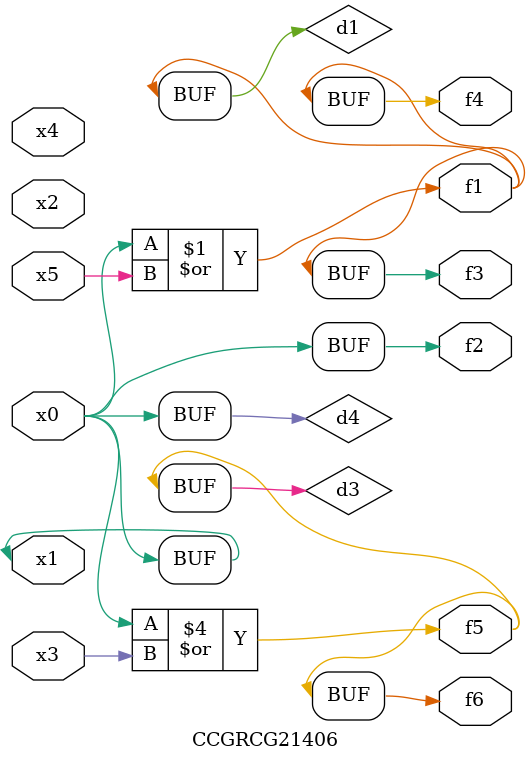
<source format=v>
module CCGRCG21406(
	input x0, x1, x2, x3, x4, x5,
	output f1, f2, f3, f4, f5, f6
);

	wire d1, d2, d3, d4;

	or (d1, x0, x5);
	xnor (d2, x1, x4);
	or (d3, x0, x3);
	buf (d4, x0, x1);
	assign f1 = d1;
	assign f2 = d4;
	assign f3 = d1;
	assign f4 = d1;
	assign f5 = d3;
	assign f6 = d3;
endmodule

</source>
